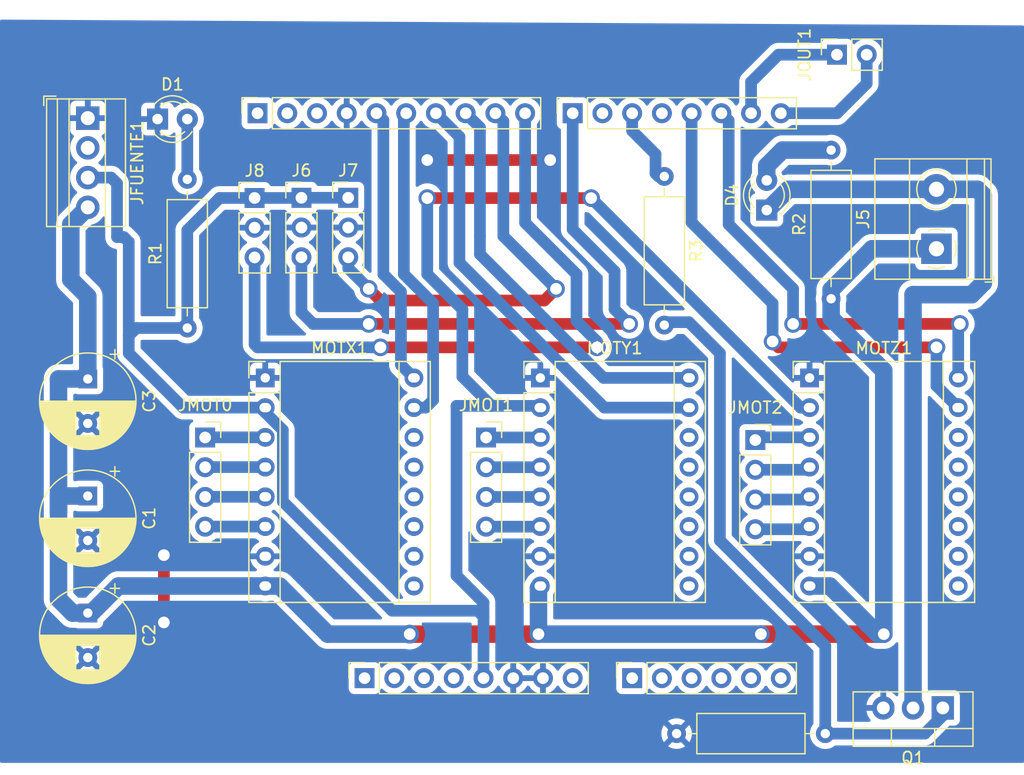
<source format=kicad_pcb>
(kicad_pcb (version 20240108) (generator "pcbnew") (generator_version "8.0")
  (title_block (date "mar. 31 mars 2015"))
  (layers (0 "F.Cu" signal) (31 "B.Cu" signal) (34 "B.Paste" user) (35 "F.Paste" user) (36 "B.SilkS" user "B.Silkscreen") (37 "F.SilkS" user "F.Silkscreen") (38 "B.Mask" user) (39 "F.Mask" user) (44 "Edge.Cuts" user))
  (net 0 "")
  (net 1 "GND")
  (net 3 "+5V")
  (net 4 "/IOREF")
  (net 5 "/A0")
  (net 6 "/A1")
  (net 7 "/A2")
  (net 8 "/A3")
  (net 9 "/SDA{slash}A4")
  (net 10 "/SCL{slash}A5")
  (net 11 "/13")
  (net 12 "/12")
  (net 13 "/AREF")
  (net 14 "/8")
  (net 15 "/7")
  (net 16 "/*11")
  (net 17 "/*10")
  (net 18 "/*9")
  (net 19 "/4")
  (net 20 "/2")
  (net 21 "/*6")
  (net 22 "/*5")
  (net 23 "/TX{slash}1")
  (net 24 "/*3")
  (net 25 "/RX{slash}0")
  (net 26 "+3V3")
  (net 27 "+12V")
  (net 28 "/~{RESET}")
  (net 29 "Net-(D1-A)")
  (net 30 "Net-(D4-K)")
  (net 31 "Net-(D4-A)")
  (net 33 "+3.3V")
  (net 34 "/MOT01B")
  (net 35 "/MOT01A")
  (net 36 "/MOT02A")
  (net 37 "/MOT02B")
  (net 38 "/MOT11B")
  (net 39 "/MOT12A")
  (net 40 "/MOT12B")
  (net 41 "/MOT11A")
  (net 42 "/MOT21B")
  (net 43 "/MOT22B")
  (net 44 "/MOT22A")
  (net 45 "/MOT21A")
  (net 48 "/MOT0MS2")
  (net 50 "/MOT0MS3")
  (net 51 "/MOT0MS1")
  (net 52 "/MOT1MS1")
  (net 55 "/MOT1MS3")
  (net 56 "/MOT1MS2")
  (net 60 "/MOT2MS3")
  (net 61 "/MOT2MS2")
  (net 62 "/MOT2MS1")
  (net 64 "Net-(Q1-G)")
  (footprint "Connector_PinSocket_2.54mm:PinSocket_1x08_P2.54mm_Vertical" (layer "F.Cu") (at 173.644 106.76 90)
    (property "Reference" "J1" (hide yes))
    (property "Value" "Power")
    (pad "1" thru_hole rect (at 0 0 90) (size 1.7 1.7) (drill 1) (layers "*.Cu" "*.Mask"))
    (pad "2" thru_hole oval (at 0 2.54 90) (size 1.7 1.7) (drill 1) (layers "*.Cu" "*.Mask") (net 4 "/IOREF"))
    (pad "3" thru_hole oval (at 0 5.08 90) (size 1.7 1.7) (drill 1) (layers "*.Cu" "*.Mask") (net 28 "/~{RESET}"))
    (pad "4" thru_hole oval (at 0 7.62 90) (size 1.7 1.7) (drill 1) (layers "*.Cu" "*.Mask") (net 26 "+3V3"))
    (pad "5" thru_hole oval (at 0 10.16 90) (size 1.7 1.7) (drill 1) (layers "*.Cu" "*.Mask") (net 3 "+5V"))
    (pad "6" thru_hole oval (at 0 12.7 90) (size 1.7 1.7) (drill 1) (layers "*.Cu" "*.Mask") (net 1 "GND"))
    (pad "7" thru_hole oval (at 0 15.24 90) (size 1.7 1.7) (drill 1) (layers "*.Cu" "*.Mask") (net 1 "GND"))
    (pad "8" thru_hole oval (at 0 17.78 90) (size 1.7 1.7) (drill 1) (layers "*.Cu" "*.Mask"))
  )
  (footprint "Connector_PinSocket_2.54mm:PinSocket_1x06_P2.54mm_Vertical" (layer "F.Cu") (at 196.504 106.76 90)
    (property "Reference" "J3" (hide yes))
    (property "Value" "Analog")
    (pad "1" thru_hole rect (at 0 0 90) (size 1.7 1.7) (drill 1) (layers "*.Cu" "*.Mask") (net 5 "/A0"))
    (pad "2" thru_hole oval (at 0 2.54 90) (size 1.7 1.7) (drill 1) (layers "*.Cu" "*.Mask") (net 6 "/A1"))
    (pad "3" thru_hole oval (at 0 5.08 90) (size 1.7 1.7) (drill 1) (layers "*.Cu" "*.Mask") (net 7 "/A2"))
    (pad "4" thru_hole oval (at 0 7.62 90) (size 1.7 1.7) (drill 1) (layers "*.Cu" "*.Mask") (net 8 "/A3"))
    (pad "5" thru_hole oval (at 0 10.16 90) (size 1.7 1.7) (drill 1) (layers "*.Cu" "*.Mask") (net 9 "/SDA{slash}A4"))
    (pad "6" thru_hole oval (at 0 12.7 90) (size 1.7 1.7) (drill 1) (layers "*.Cu" "*.Mask") (net 10 "/SCL{slash}A5"))
  )
  (footprint "Connector_PinSocket_2.54mm:PinSocket_1x10_P2.54mm_Vertical" (layer "F.Cu") (at 164.5 58.5 90)
    (property "Reference" "J2" (hide yes))
    (property "Value" "Digital/PWM")
    (pad "1" thru_hole rect (at 0 0 90) (size 1.7 1.7) (drill 1) (layers "*.Cu" "*.Mask") (net 10 "/SCL{slash}A5"))
    (pad "2" thru_hole oval (at 0 2.54 90) (size 1.7 1.7) (drill 1) (layers "*.Cu" "*.Mask") (net 9 "/SDA{slash}A4"))
    (pad "3" thru_hole oval (at 0 5.08 90) (size 1.7 1.7) (drill 1) (layers "*.Cu" "*.Mask") (net 13 "/AREF"))
    (pad "4" thru_hole oval (at 0 7.62 90) (size 1.7 1.7) (drill 1) (layers "*.Cu" "*.Mask") (net 1 "GND"))
    (pad "5" thru_hole oval (at 0 10.16 90) (size 1.7 1.7) (drill 1) (layers "*.Cu" "*.Mask") (net 11 "/13"))
    (pad "6" thru_hole oval (at 0 12.7 90) (size 1.7 1.7) (drill 1) (layers "*.Cu" "*.Mask") (net 12 "/12"))
    (pad "7" thru_hole oval (at 0 15.24 90) (size 1.7 1.7) (drill 1) (layers "*.Cu" "*.Mask") (net 16 "/*11"))
    (pad "8" thru_hole oval (at 0 17.78 90) (size 1.7 1.7) (drill 1) (layers "*.Cu" "*.Mask") (net 17 "/*10"))
    (pad "9" thru_hole oval (at 0 20.32 90) (size 1.7 1.7) (drill 1) (layers "*.Cu" "*.Mask") (net 18 "/*9"))
    (pad "10" thru_hole oval (at 0 22.86 90) (size 1.7 1.7) (drill 1) (layers "*.Cu" "*.Mask") (net 14 "/8"))
  )
  (footprint "Connector_PinSocket_2.54mm:PinSocket_1x08_P2.54mm_Vertical" (layer "F.Cu") (at 191.424 58.5 90)
    (property "Reference" "J4" (hide yes))
    (property "Value" "Digital/PWM")
    (pad "1" thru_hole rect (at 0 0 90) (size 1.7 1.7) (drill 1) (layers "*.Cu" "*.Mask") (net 15 "/7"))
    (pad "2" thru_hole oval (at 0 2.54 90) (size 1.7 1.7) (drill 1) (layers "*.Cu" "*.Mask") (net 21 "/*6"))
    (pad "3" thru_hole oval (at 0 5.08 90) (size 1.7 1.7) (drill 1) (layers "*.Cu" "*.Mask") (net 22 "/*5"))
    (pad "4" thru_hole oval (at 0 7.62 90) (size 1.7 1.7) (drill 1) (layers "*.Cu" "*.Mask") (net 19 "/4"))
    (pad "5" thru_hole oval (at 0 10.16 90) (size 1.7 1.7) (drill 1) (layers "*.Cu" "*.Mask") (net 24 "/*3"))
    (pad "6" thru_hole oval (at 0 12.7 90) (size 1.7 1.7) (drill 1) (layers "*.Cu" "*.Mask") (net 20 "/2"))
    (pad "7" thru_hole oval (at 0 15.24 90) (size 1.7 1.7) (drill 1) (layers "*.Cu" "*.Mask") (net 23 "/TX{slash}1"))
    (pad "8" thru_hole oval (at 0 17.78 90) (size 1.7 1.7) (drill 1) (layers "*.Cu" "*.Mask") (net 25 "/RX{slash}0"))
  )
  (footprint "Connector_PinSocket_2.54mm:PinSocket_1x04_P2.54mm_Vertical" (layer "F.Cu") (at 160.025 86.2)
    (property "Reference" "JMOT0" (at 0 -2.77 0) (layer "F.SilkS"))
    (property "Value" "Conn_01x04_Pin")
    (pad "1" thru_hole rect (at 0 0) (size 1.7 1.7) (drill 1) (layers "*.Cu" "*.Mask") (net 34 "/MOT01B"))
    (pad "2" thru_hole oval (at 0 2.54) (size 1.7 1.7) (drill 1) (layers "*.Cu" "*.Mask") (net 35 "/MOT01A"))
    (pad "3" thru_hole oval (at 0 5.08) (size 1.7 1.7) (drill 1) (layers "*.Cu" "*.Mask") (net 36 "/MOT02A"))
    (pad "4" thru_hole oval (at 0 7.62) (size 1.7 1.7) (drill 1) (layers "*.Cu" "*.Mask") (net 37 "/MOT02B"))
  )
  (footprint "Module:Pololu_Breakout-16_15.2x20.3mm" (layer "F.Cu") (at 165.16 81.11)
    (property "Reference" "MOTX1" (at 6.35 -2.54 0) (layer "F.SilkS"))
    (property "Value" "Pololu_Breakout_A4988")
    (pad "1" thru_hole rect (at 0 0) (size 1.6 1.6) (drill 0.8) (layers "*.Cu" "*.Mask") (net 1 "GND"))
    (pad "2" thru_hole oval (at 0 2.54) (size 1.6 1.6) (drill oval 1 0.8) (layers "*.Cu" "*.Mask") (net 3 "+5V"))
    (pad "3" thru_hole oval (at 0 5.08) (size 1.6 1.6) (drill oval 1 0.8) (layers "*.Cu" "*.Mask") (net 34 "/MOT01B"))
    (pad "4" thru_hole oval (at 0 7.62) (size 1.6 1.6) (drill oval 1 0.8) (layers "*.Cu" "*.Mask") (net 35 "/MOT01A"))
    (pad "5" thru_hole oval (at 0 10.16) (size 1.6 1.6) (drill oval 1 0.8) (layers "*.Cu" "*.Mask") (net 36 "/MOT02A"))
    (pad "6" thru_hole oval (at 0 12.7) (size 1.6 1.6) (drill oval 1 0.8) (layers "*.Cu" "*.Mask") (net 37 "/MOT02B"))
    (pad "7" thru_hole oval (at 0 15.24) (size 1.6 1.6) (drill oval 1 0.8) (layers "*.Cu" "*.Mask") (net 1 "GND"))
    (pad "8" thru_hole oval (at 0 17.78) (size 1.6 1.6) (drill oval 1 0.8) (layers "*.Cu" "*.Mask") (net 27 "+12V"))
    (pad "9" thru_hole oval (at 12.7 17.78) (size 1.6 1.6) (drill oval 1 0.8) (layers "*.Cu" "*.Mask"))
    (pad "10" thru_hole oval (at 12.7 15.24) (size 1.6 1.6) (drill oval 1 0.8) (layers "*.Cu" "*.Mask") (net 51 "/MOT0MS1"))
    (pad "11" thru_hole oval (at 12.7 12.7) (size 1.6 1.6) (drill oval 1 0.8) (layers "*.Cu" "*.Mask") (net 48 "/MOT0MS2"))
    (pad "12" thru_hole oval (at 12.7 10.16) (size 1.6 1.6) (drill oval 1 0.8) (layers "*.Cu" "*.Mask") (net 50 "/MOT0MS3"))
    (pad "13" thru_hole oval (at 12.7 7.62) (size 1.6 1.6) (drill oval 1 0.8) (layers "*.Cu" "*.Mask"))
    (pad "14" thru_hole oval (at 12.7 5.08) (size 1.6 1.6) (drill oval 1 0.8) (layers "*.Cu" "*.Mask"))
    (pad "15" thru_hole oval (at 12.7 2.54) (size 1.6 1.6) (drill oval 1 0.8) (layers "*.Cu" "*.Mask") (net 12 "/12"))
    (pad "16" thru_hole oval (at 12.7 0) (size 1.6 1.6) (drill oval 1 0.8) (layers "*.Cu" "*.Mask") (net 24 "/*3"))
  )
  (footprint "TerminalBlock_Phoenix:TerminalBlock_Phoenix_MKDS-1,5-2-5.08_1x02_P5.08mm_Horizontal" (layer "F.Cu") (at 222.5 70.08 90)
    (property "Reference" "J5" (at 2.54 -6.26 90) (layer "F.SilkS"))
    (property "Value" "Conn_01x02")
    (pad "1" thru_hole rect (at 0 0 90) (size 2.6 2.6) (drill 1.3) (layers "*.Cu" "*.Mask") (net 27 "+12V"))
    (pad "2" thru_hole circle (at 5.08 0 90) (size 2.6 2.6) (drill 1.3) (layers "*.Cu" "*.Mask") (net 30 "Net-(D4-K)"))
  )
  (footprint "Connector_PinHeader_2.54mm:PinHeader_1x03_P2.54mm_Vertical" (layer "F.Cu") (at 172.25 65.725)
    (property "Reference" "J7" (at 0 -2.33 0) (layer "F.SilkS"))
    (property "Value" "Conn_01x03_Pin")
    (pad "1" thru_hole rect (at 0 0) (size 1.7 1.7) (drill 1) (layers "*.Cu" "*.Mask") (net 3 "+5V"))
    (pad "2" thru_hole oval (at 0 2.54) (size 1.7 1.7) (drill 1) (layers "*.Cu" "*.Mask") (net 1 "GND"))
    (pad "3" thru_hole oval (at 0 5.08) (size 1.7 1.7) (drill 1) (layers "*.Cu" "*.Mask") (net 14 "/8"))
  )
  (footprint "Capacitor_THT:CP_Radial_D8.0mm_P3.80mm" (layer "F.Cu") (at 150 91.2 -90)
    (property "Reference" "C1" (at 1.9 -5.25 90) (layer "F.SilkS"))
    (property "Value" "C")
    (pad "1" thru_hole rect (at 0 0 270) (size 1.6 1.6) (drill 0.8) (layers "*.Cu" "*.Mask") (net 27 "+12V"))
    (pad "2" thru_hole circle (at 3.8 0 270) (size 1.6 1.6) (drill 0.8) (layers "*.Cu" "*.Mask") (net 1 "GND"))
  )
  (footprint "LED_THT:LED_D3.0mm" (layer "F.Cu") (at 208 66.775 90)
    (property "Reference" "D4" (at 1.27 -2.96 90) (layer "F.SilkS"))
    (property "Value" "LED2")
    (pad "1" thru_hole rect (at 0 0 90) (size 1.8 1.8) (drill 0.9) (layers "*.Cu" "*.Mask") (net 30 "Net-(D4-K)"))
    (pad "2" thru_hole circle (at 2.54 0 90) (size 1.8 1.8) (drill 0.9) (layers "*.Cu" "*.Mask") (net 31 "Net-(D4-A)"))
  )
  (footprint "Connector_PinSocket_2.54mm:PinSocket_1x02_P2.54mm_Vertical" (layer "F.Cu") (at 214 53.5 90)
    (property "Reference" "JOUT1" (at 0 -2.77 90) (layer "F.SilkS"))
    (property "Value" "Conn_01x02")
    (pad "1" thru_hole rect (at 0 0 90) (size 1.7 1.7) (drill 1) (layers "*.Cu" "*.Mask") (net 23 "/TX{slash}1"))
    (pad "2" thru_hole oval (at 0 2.54 90) (size 1.7 1.7) (drill 1) (layers "*.Cu" "*.Mask") (net 25 "/RX{slash}0"))
  )
  (footprint "Resistor_THT:R_Axial_DIN0309_L9.0mm_D3.2mm_P12.70mm_Horizontal" (layer "F.Cu") (at 213.5 74.35 90)
    (property "Reference" "R2" (at 6.35 -2.72 90) (layer "F.SilkS"))
    (property "Value" "1800R")
    (pad "1" thru_hole circle (at 0 0 90) (size 1.6 1.6) (drill 0.8) (layers "*.Cu" "*.Mask") (net 27 "+12V"))
    (pad "2" thru_hole oval (at 12.7 0 90) (size 1.6 1.6) (drill 0.8) (layers "*.Cu" "*.Mask") (net 31 "Net-(D4-A)"))
  )
  (footprint "Module:Pololu_Breakout-16_15.2x20.3mm" (layer "F.Cu") (at 188.66 81.11)
    (property "Reference" "MOTY1" (at 6.35 -2.54 0) (layer "F.SilkS"))
    (property "Value" "Pololu_Breakout_A4988")
    (pad "1" thru_hole rect (at 0 0) (size 1.6 1.6) (drill 0.8) (layers "*.Cu" "*.Mask") (net 1 "GND"))
    (pad "2" thru_hole oval (at 0 2.54) (size 1.6 1.6) (drill oval 1 0.8) (layers "*.Cu" "*.Mask") (net 3 "+5V"))
    (pad "3" thru_hole oval (at 0 5.08) (size 1.6 1.6) (drill oval 1 0.8) (layers "*.Cu" "*.Mask") (net 38 "/MOT11B"))
    (pad "4" thru_hole oval (at 0 7.62) (size 1.6 1.6) (drill oval 1 0.8) (layers "*.Cu" "*.Mask") (net 41 "/MOT11A"))
    (pad "5" thru_hole oval (at 0 10.16) (size 1.6 1.6) (drill oval 1 0.8) (layers "*.Cu" "*.Mask") (net 39 "/MOT12A"))
    (pad "6" thru_hole oval (at 0 12.7) (size 1.6 1.6) (drill oval 1 0.8) (layers "*.Cu" "*.Mask") (net 40 "/MOT12B"))
    (pad "7" thru_hole oval (at 0 15.24) (size 1.6 1.6) (drill oval 1 0.8) (layers "*.Cu" "*.Mask") (net 1 "GND"))
    (pad "8" thru_hole oval (at 0 17.78) (size 1.6 1.6) (drill oval 1 0.8) (layers "*.Cu" "*.Mask") (net 27 "+12V"))
    (pad "9" thru_hole oval (at 12.7 17.78) (size 1.6 1.6) (drill oval 1 0.8) (layers "*.Cu" "*.Mask"))
    (pad "10" thru_hole oval (at 12.7 15.24) (size 1.6 1.6) (drill oval 1 0.8) (layers "*.Cu" "*.Mask") (net 52 "/MOT1MS1"))
    (pad "11" thru_hole oval (at 12.7 12.7) (size 1.6 1.6) (drill oval 1 0.8) (layers "*.Cu" "*.Mask") (net 56 "/MOT1MS2"))
    (pad "12" thru_hole oval (at 12.7 10.16) (size 1.6 1.6) (drill oval 1 0.8) (layers "*.Cu" "*.Mask") (net 55 "/MOT1MS3"))
    (pad "13" thru_hole oval (at 12.7 7.62) (size 1.6 1.6) (drill oval 1 0.8) (layers "*.Cu" "*.Mask"))
    (pad "14" thru_hole oval (at 12.7 5.08) (size 1.6 1.6) (drill oval 1 0.8) (layers "*.Cu" "*.Mask"))
    (pad "15" thru_hole oval (at 12.7 2.54) (size 1.6 1.6) (drill oval 1 0.8) (layers "*.Cu" "*.Mask") (net 16 "/*11"))
    (pad "16" thru_hole oval (at 12.7 0) (size 1.6 1.6) (drill oval 1 0.8) (layers "*.Cu" "*.Mask") (net 21 "/*6"))
  )
  (footprint "LED_THT:LED_D3.0mm" (layer "F.Cu") (at 155.96 59)
    (property "Reference" "D1" (at 1.27 -2.96 0) (layer "F.SilkS"))
    (property "Value" "LED")
    (pad "1" thru_hole rect (at 0 0) (size 1.8 1.8) (drill 0.9) (layers "*.Cu" "*.Mask") (net 1 "GND"))
    (pad "2" thru_hole circle (at 2.54 0) (size 1.8 1.8) (drill 0.9) (layers "*.Cu" "*.Mask") (net 29 "Net-(D1-A)"))
  )
  (footprint "Resistor_THT:R_Axial_DIN0309_L9.0mm_D3.2mm_P12.70mm_Horizontal" (layer "F.Cu") (at 200.3 111.5)
    (property "Reference" "R4" (hide yes))
    (property "Value" "10k")
    (pad "1" thru_hole circle (at 0 0) (size 1.6 1.6) (drill 0.8) (layers "*.Cu" "*.Mask") (net 1 "GND"))
    (pad "2" thru_hole oval (at 12.7 0) (size 1.6 1.6) (drill 0.8) (layers "*.Cu" "*.Mask") (net 64 "Net-(Q1-G)"))
  )
  (footprint "TerminalBlock:TerminalBlock_Xinya_XY308-2.54-4P_1x04_P2.54mm_Horizontal" (layer "F.Cu") (at 150 58.92 -90)
    (property "Reference" "JFUENTE1" (at 3.81 -4.22 -90) (layer "F.SilkS"))
    (property "Value" "Conn_01x04")
    (pad "1" thru_hole rect (at 0 0 270) (size 2 2) (drill 1.2) (layers "*.Cu" "*.Mask") (net 1 "GND"))
    (pad "2" thru_hole circle (at 2.54 0 270) (size 2 2) (drill 1.2) (layers "*.Cu" "*.Mask") (net 33 "+3.3V"))
    (pad "3" thru_hole circle (at 5.08 0 270) (size 2 2) (drill 1.2) (layers "*.Cu" "*.Mask") (net 3 "+5V"))
    (pad "4" thru_hole circle (at 7.62 0 270) (size 2 2) (drill 1.2) (layers "*.Cu" "*.Mask") (net 27 "+12V"))
  )
  (footprint "Connector_PinHeader_2.54mm:PinHeader_1x03_P2.54mm_Vertical" (layer "F.Cu") (at 164.25 65.74)
    (property "Reference" "J8" (at 0 -2.33 0) (layer "F.SilkS"))
    (property "Value" "Conn_01x03_Pin")
    (pad "1" thru_hole rect (at 0 0) (size 1.7 1.7) (drill 1) (layers "*.Cu" "*.Mask") (net 3 "+5V"))
    (pad "2" thru_hole oval (at 0 2.54) (size 1.7 1.7) (drill 1) (layers "*.Cu" "*.Mask") (net 1 "GND"))
    (pad "3" thru_hole oval (at 0 5.08) (size 1.7 1.7) (drill 1) (layers "*.Cu" "*.Mask") (net 15 "/7"))
  )
  (footprint "Connector_PinSocket_2.54mm:PinSocket_1x04_P2.54mm_Vertical" (layer "F.Cu") (at 184.025 86.2)
    (property "Reference" "JMOT1" (at 0 -2.77 0) (layer "F.SilkS"))
    (property "Value" "Conn_01x04_Pin")
    (pad "1" thru_hole rect (at 0 0) (size 1.7 1.7) (drill 1) (layers "*.Cu" "*.Mask") (net 38 "/MOT11B"))
    (pad "2" thru_hole oval (at 0 2.54) (size 1.7 1.7) (drill 1) (layers "*.Cu" "*.Mask") (net 41 "/MOT11A"))
    (pad "3" thru_hole oval (at 0 5.08) (size 1.7 1.7) (drill 1) (layers "*.Cu" "*.Mask") (net 39 "/MOT12A"))
    (pad "4" thru_hole oval (at 0 7.62) (size 1.7 1.7) (drill 1) (layers "*.Cu" "*.Mask") (net 40 "/MOT12B"))
  )
  (footprint "Resistor_THT:R_Axial_DIN0309_L9.0mm_D3.2mm_P12.70mm_Horizontal" (layer "F.Cu") (at 158.5 76.85 90)
    (property "Reference" "R1" (at 6.35 -2.72 90) (layer "F.SilkS"))
    (property "Value" "330R")
    (pad "1" thru_hole circle (at 0 0 90) (size 1.6 1.6) (drill 0.8) (layers "*.Cu" "*.Mask") (net 3 "+5V"))
    (pad "2" thru_hole oval (at 12.7 0 90) (size 1.6 1.6) (drill 0.8) (layers "*.Cu" "*.Mask") (net 29 "Net-(D1-A)"))
  )
  (footprint "Connector_PinHeader_2.54mm:PinHeader_1x03_P2.54mm_Vertical" (layer "F.Cu") (at 168.25 65.725)
    (property "Reference" "J6" (at 0 -2.33 0) (layer "F.SilkS"))
    (property "Value" "Conn_01x03_Pin")
    (pad "1" thru_hole rect (at 0 0) (size 1.7 1.7) (drill 1) (layers "*.Cu" "*.Mask") (net 3 "+5V"))
    (pad "2" thru_hole oval (at 0 2.54) (size 1.7 1.7) (drill 1) (layers "*.Cu" "*.Mask") (net 1 "GND"))
    (pad "3" thru_hole oval (at 0 5.08) (size 1.7 1.7) (drill 1) (layers "*.Cu" "*.Mask") (net 18 "/*9"))
  )
  (footprint "Package_TO_SOT_THT:TO-220-3_Vertical" (layer "F.Cu") (at 223.04 109.305 180)
    (property "Reference" "Q1" (at 2.54 -4.27 0) (layer "F.SilkS"))
    (property "Value" "IRLZ44N")
    (pad "1" thru_hole rect (at 0 0 180) (size 1.905 2) (drill 1.1) (layers "*.Cu" "*.Mask") (net 64 "Net-(Q1-G)"))
    (pad "2" thru_hole oval (at 2.54 0 180) (size 1.905 2) (drill 1.1) (layers "*.Cu" "*.Mask") (net 30 "Net-(D4-K)"))
    (pad "3" thru_hole oval (at 5.08 0 180) (size 1.905 2) (drill 1.1) (layers "*.Cu" "*.Mask") (net 1 "GND"))
  )
  (footprint "Resistor_THT:R_Axial_DIN0309_L9.0mm_D3.2mm_P12.70mm_Horizontal" (layer "F.Cu") (at 199.25 63.9 -90)
    (property "Reference" "R3" (at 6.35 -2.72 90) (layer "F.SilkS"))
    (property "Value" "10R")
    (pad "1" thru_hole circle (at 0 0 270) (size 1.6 1.6) (drill 0.8) (layers "*.Cu" "*.Mask") (net 22 "/*5"))
    (pad "2" thru_hole oval (at 12.7 0 270) (size 1.6 1.6) (drill 0.8) (layers "*.Cu" "*.Mask") (net 64 "Net-(Q1-G)"))
  )
  (footprint "Connector_PinSocket_2.54mm:PinSocket_1x04_P2.54mm_Vertical" (layer "F.Cu") (at 207.025 86.42)
    (property "Reference" "JMOT2" (at 0 -2.77 0) (layer "F.SilkS"))
    (property "Value" "Conn_01x04_Pin")
    (pad "1" thru_hole rect (at 0 0) (size 1.7 1.7) (drill 1) (layers "*.Cu" "*.Mask") (net 42 "/MOT21B"))
    (pad "2" thru_hole oval (at 0 2.54) (size 1.7 1.7) (drill 1) (layers "*.Cu" "*.Mask") (net 45 "/MOT21A"))
    (pad "3" thru_hole oval (at 0 5.08) (size 1.7 1.7) (drill 1) (layers "*.Cu" "*.Mask") (net 44 "/MOT22A"))
    (pad "4" thru_hole oval (at 0 7.62) (size 1.7 1.7) (drill 1) (layers "*.Cu" "*.Mask") (net 43 "/MOT22B"))
  )
  (footprint "Module:Pololu_Breakout-16_15.2x20.3mm" (layer "F.Cu") (at 211.66 81.11)
    (property "Reference" "MOTZ1" (at 6.35 -2.54 0) (layer "F.SilkS"))
    (property "Value" "Pololu_Breakout_A4988")
    (pad "1" thru_hole rect (at 0 0) (size 1.6 1.6) (drill 0.8) (layers "*.Cu" "*.Mask") (net 1 "GND"))
    (pad "2" thru_hole oval (at 0 2.54) (size 1.6 1.6) (drill oval 1 0.8) (layers "*.Cu" "*.Mask") (net 3 "+5V"))
    (pad "3" thru_hole oval (at 0 5.08) (size 1.6 1.6) (drill oval 1 0.8) (layers "*.Cu" "*.Mask") (net 42 "/MOT21B"))
    (pad "4" thru_hole oval (at 0 7.62) (size 1.6 1.6) (drill oval 1 0.8) (layers "*.Cu" "*.Mask") (net 45 "/MOT21A"))
    (pad "5" thru_hole oval (at 0 10.16) (size 1.6 1.6) (drill oval 1 0.8) (layers "*.Cu" "*.Mask") (net 44 "/MOT22A"))
    (pad "6" thru_hole oval (at 0 12.7) (size 1.6 1.6) (drill oval 1 0.8) (layers "*.Cu" "*.Mask") (net 43 "/MOT22B"))
    (pad "7" thru_hole oval (at 0 15.24) (size 1.6 1.6) (drill oval 1 0.8) (layers "*.Cu" "*.Mask") (net 1 "GND"))
    (pad "8" thru_hole oval (at 0 17.78) (size 1.6 1.6) (drill oval 1 0.8) (layers "*.Cu" "*.Mask") (net 27 "+12V"))
    (pad "9" thru_hole oval (at 12.7 17.78) (size 1.6 1.6) (drill oval 1 0.8) (layers "*.Cu" "*.Mask"))
    (pad "10" thru_hole oval (at 12.7 15.24) (size 1.6 1.6) (drill oval 1 0.8) (layers "*.Cu" "*.Mask") (net 62 "/MOT2MS1"))
    (pad "11" thru_hole oval (at 12.7 12.7) (size 1.6 1.6) (drill oval 1 0.8) (layers "*.Cu" "*.Mask") (net 61 "/MOT2MS2"))
    (pad "12" thru_hole oval (at 12.7 10.16) (size 1.6 1.6) (drill oval 1 0.8) (layers "*.Cu" "*.Mask") (net 60 "/MOT2MS3"))
    (pad "13" thru_hole oval (at 12.7 7.62) (size 1.6 1.6) (drill oval 1 0.8) (layers "*.Cu" "*.Mask"))
    (pad "14" thru_hole oval (at 12.7 5.08) (size 1.6 1.6) (drill oval 1 0.8) (layers "*.Cu" "*.Mask"))
    (pad "15" thru_hole oval (at 12.7 2.54) (size 1.6 1.6) (drill oval 1 0.8) (layers "*.Cu" "*.Mask") (net 17 "/*10"))
    (pad "16" thru_hole oval (at 12.7 0) (size 1.6 1.6) (drill oval 1 0.8) (layers "*.Cu" "*.Mask") (net 20 "/2"))
  )
  (footprint "Capacitor_THT:CP_Radial_D8.0mm_P3.80mm" (layer "F.Cu") (at 150 81.2 -90)
    (property "Reference" "C3" (at 1.9 -5.25 90) (layer "F.SilkS"))
    (property "Value" "C")
    (pad "1" thru_hole rect (at 0 0 270) (size 1.6 1.6) (drill 0.8) (layers "*.Cu" "*.Mask") (net 27 "+12V"))
    (pad "2" thru_hole circle (at 3.8 0 270) (size 1.6 1.6) (drill 0.8) (layers "*.Cu" "*.Mask") (net 1 "GND"))
  )
  (footprint "Capacitor_THT:CP_Radial_D8.0mm_P3.80mm" (layer "F.Cu") (at 150 101.2 -90)
    (property "Reference" "C2" (at 1.9 -5.25 90) (layer "F.SilkS"))
    (property "Value" "C")
    (pad "1" thru_hole rect (at 0 0 270) (size 1.6 1.6) (drill 0.8) (layers "*.Cu" "*.Mask") (net 27 "+12V"))
    (pad "2" thru_hole circle (at 3.8 0 270) (size 1.6 1.6) (drill 0.8) (layers "*.Cu" "*.Mask") (net 1 "GND"))
  )
  (segment (start 156.5 96.25) (end 156.5 102) (width 1) (layer "F.Cu") (net 1))
  (segment (start 179 62.5) (end 189.5 62.5) (width 1) (layer "F.Cu") (net 1))
  (via (at 179 62.5) (size 1.5) (drill 1) (layers "F.Cu" "B.Cu") (net 1))
  (via (at 156.5 96.25) (size 1.5) (drill 1) (layers "F.Cu" "B.Cu") (net 1))
  (via (at 156.5 102) (size 1.5) (drill 1) (layers "F.Cu" "B.Cu") (net 1))
  (via (at 189.5 62.5) (size 1.5) (drill 1) (layers "F.Cu" "B.Cu") (net 1))
  (segment (start 193 65.75) (end 179 65.75) (width 1) (layer "F.Cu") (net 3))
  (via (at 193 65.75) (size 1.5) (drill 1) (layers "F.Cu" "B.Cu") (net 3))
  (via (at 179 65.75) (size 1.5) (drill 1) (layers "F.Cu" "B.Cu") (net 3))
  (segment (start 182 75.25) (end 182 81) (width 1) (layer "B.Cu") (net 3))
  (segment (start 161.26 65.74) (end 164.25 65.74) (width 1) (layer "B.Cu") (net 3))
  (segment (start 183.804 100.304) (end 181.5 98) (width 1) (layer "B.Cu") (net 3))
  (segment (start 182 81) (end 184.5 83.5) (width 1) (layer "B.Cu") (net 3))
  (segment (start 154.15 76.85) (end 153.5 77.5) (width 1) (layer "B.Cu") (net 3))
  (segment (start 165.16 83.65) (end 165.16 84.068679) (width 1) (layer "B.Cu") (net 3))
  (segment (start 181.5 83.5) (end 184.5 83.5) (width 1) (layer "B.Cu") (net 3))
  (segment (start 158.15 83.65) (end 153.5 79) (width 1) (layer "B.Cu") (net 3))
  (segment (start 152.5 69.08) (end 153.08 69.08) (width 1) (layer "B.Cu") (net 3))
  (segment (start 181.5 98) (end 181.5 83.5) (width 1) (layer "B.Cu") (net 3))
  (segment (start 179 72.25) (end 182 75.25) (width 1) (layer "B.Cu") (net 3))
  (segment (start 152 64) (end 152.5 64.5) (width 1) (layer "B.Cu") (net 3))
  (segment (start 166.66 91.66) (end 176 101) (width 1) (layer "B.Cu") (net 3))
  (segment (start 158.5 76.85) (end 158.5 68.5) (width 1) (layer "B.Cu") (net 3))
  (segment (start 193 65.75) (end 210.9 83.65) (width 1) (layer "B.Cu") (net 3))
  (segment (start 166.66 85.568679) (end 166.66 91.66) (width 1) (layer "B.Cu") (net 3))
  (segment (start 153.5 79) (end 153.5 77.5) (width 1) (layer "B.Cu") (net 3))
  (segment (start 152.5 64.5) (end 152.5 69.08) (width 1) (layer "B.Cu") (net 3))
  (segment (start 184.5 83.5) (end 188.51 83.5) (width 1) (layer "B.Cu") (net 3))
  (segment (start 179 65.75) (end 179 72.25) (width 1) (layer "B.Cu") (net 3))
  (segment (start 165.16 83.65) (end 160.5 83.65) (width 1) (layer "B.Cu") (net 3))
  (segment (start 183.304 101) (end 183.804 101.5) (width 1) (layer "B.Cu") (net 3))
  (segment (start 158.5 68.5) (end 161.26 65.74) (width 1) (layer "B.Cu") (net 3))
  (segment (start 183.804 101.5) (end 183.804 100.304) (width 1) (layer "B.Cu") (net 3))
  (segment (start 183.804 106.76) (end 183.804 101.5) (width 1) (layer "B.Cu") (net 3))
  (segment (start 160.5 83.65) (end 158.15 83.65) (width 1) (layer "B.Cu") (net 3))
  (segment (start 210.9 83.65) (end 211.66 83.65) (width 1) (layer "B.Cu") (net 3))
  (segment (start 158.5 76.85) (end 154.15 76.85) (width 1) (layer "B.Cu") (net 3))
  (segment (start 176 101) (end 183.304 101) (width 1) (layer "B.Cu") (net 3))
  (segment (start 188.51 83.5) (end 188.66 83.65) (width 1) (layer "B.Cu") (net 3))
  (segment (start 153.08 69.08) (end 153.5 69.5) (width 1) (layer "B.Cu") (net 3))
  (segment (start 168.235 65.74) (end 168.25 65.725) (width 1) (layer "B.Cu") (net 3))
  (segment (start 168.25 65.725) (end 172.25 65.725) (width 1) (layer "B.Cu") (net 3))
  (segment (start 150 64) (end 152 64) (width 1) (layer "B.Cu") (net 3))
  (segment (start 165.16 84.068679) (end 166.66 85.568679) (width 1) (layer "B.Cu") (net 3))
  (segment (start 153.5 69.5) (end 153.5 77.5) (width 1) (layer "B.Cu") (net 3))
  (segment (start 164.25 65.74) (end 168.235 65.74) (width 1) (layer "B.Cu") (net 3))
  (segment (start 176.75 80) (end 176.75 73.75) (width 1) (layer "B.Cu") (net 11))
  (segment (start 175.25 72.25) (end 175.25 59.09) (width 1) (layer "B.Cu") (net 11))
  (segment (start 175.25 59.09) (end 174.66 58.5) (width 1) (layer "B.Cu") (net 11))
  (segment (start 177.86 81.11) (end 176.75 80) (width 1) (layer "B.Cu") (net 11))
  (segment (start 176.75 73.75) (end 175.25 72.25) (width 1) (layer "B.Cu") (net 11))
  (segment (start 179.5 74.75) (end 177 72.25) (width 1) (layer "B.Cu") (net 12))
  (segment (start 177.86 83.65) (end 178.85 83.65) (width 1) (layer "B.Cu") (net 12))
  (segment (start 178.85 83.65) (end 179.5 83) (width 1) (layer "B.Cu") (net 12))
  (segment (start 177 72.25) (end 177 58.7) (width 1) (layer "B.Cu") (net 12))
  (segment (start 179.5 83) (end 179.5 74.75) (width 1) (layer "B.Cu") (net 12))
  (segment (start 177 58.7) (end 177.2 58.5) (width 1) (layer "B.Cu") (net 12))
  (segment (start 175 78.5) (end 193.5 78.5) (width 1) (layer "F.Cu") (net 14))
  (via (at 193.5 78.5) (size 1.5) (drill 1) (layers "F.Cu" "B.Cu") (net 14))
  (via (at 175 78.5) (size 1.5) (drill 1) (layers "F.Cu" "B.Cu") (net 14))
  (segment (start 164.5 78.5) (end 175 78.5) (width 1) (layer "B.Cu") (net 14))
  (segment (start 164.25 70.82) (end 164.25 78.25) (width 1) (layer "B.Cu") (net 14))
  (segment (start 193.5 78) (end 191.75 76.25) (width 1) (layer "B.Cu") (net 14))
  (segment (start 191.75 72.25) (end 187.36 67.86) (width 1) (layer "B.Cu") (net 14))
  (segment (start 191.75 76.25) (end 191.75 72.25) (width 1) (layer "B.Cu") (net 14))
  (segment (start 193.5 78.5) (end 193.5 78) (width 1) (layer "B.Cu") (net 14))
  (segment (start 187.36 67.86) (end 187.36 58.5) (width 1) (layer "B.Cu") (net 14))
  (segment (start 164.25 78.25) (end 164.5 78.5) (width 1) (layer "B.Cu") (net 14))
  (segment (start 196.25 76.5) (end 174 76.5) (width 1) (layer "F.Cu") (net 15))
  (via (at 196.25 76.5) (size 1.5) (drill 1) (layers "F.Cu" "B.Cu") (net 15))
  (via (at 174 76.5) (size 1.5) (drill 1) (layers "F.Cu" "B.Cu") (net 15))
  (segment (start 191.424 68.424) (end 191.424 58.5) (width 1) (layer "B.Cu") (net 15))
  (segment (start 168.25 70.805) (end 168.25 75.5) (width 1) (layer "B.Cu") (net 15))
  (segment (start 168.25 75.5) (end 169.25 76.5) (width 1) (layer "B.Cu") (net 15))
  (segment (start 195 72) (end 191.424 68.424) (width 1) (layer "B.Cu") (net 15))
  (segment (start 169.25 76.5) (end 174 76.5) (width 1) (layer "B.Cu") (net 15))
  (segment (start 195 75.25) (end 195 72) (width 1) (layer "B.Cu") (net 15))
  (segment (start 196.25 76.5) (end 195 75.25) (width 1) (layer "B.Cu") (net 15))
  (segment (start 181.75 71.268377) (end 181.75 60.51) (width 1) (layer "B.Cu") (net 16))
  (segment (start 181.75 60.51) (end 179.74 58.5) (width 1) (layer "B.Cu") (net 16))
  (segment (start 194.131623 83.65) (end 181.75 71.268377) (width 1) (layer "B.Cu") (net 16))
  (segment (start 201.36 83.65) (end 194.131623 83.65) (width 1) (layer "B.Cu") (net 16))
  (segment (start 183.5 69) (end 183.5 59.72) (width 1) (layer "B.Cu") (net 17))
  (segment (start 201.36 81.11) (end 194.05939 81.11) (width 1) (layer "B.Cu") (net 17))
  (segment (start 183.5 59.72) (end 182.28 58.5) (width 1) (layer "B.Cu") (net 17))
  (segment (start 183.5 70.55061) (end 183.5 69) (width 1) (layer "B.Cu") (net 17))
  (segment (start 194.05939 81.11) (end 183.5 70.55061) (width 1) (layer "B.Cu") (net 17))
  (segment (start 189 74.5) (end 175 74.5) (width 1) (layer "F.Cu") (net 18))
  (segment (start 175 74.5) (end 174 73.5) (width 1) (layer "F.Cu") (net 18))
  (segment (start 190 73.5) (end 189 74.5) (width 1) (layer "F.Cu") (net 18))
  (via (at 174 73.5) (size 1.5) (drill 1) (layers "F.Cu" "B.Cu") (net 18))
  (via (at 190 73.5) (size 1.5) (drill 1) (layers "F.Cu" "B.Cu") (net 18))
  (segment (start 172.25 70.805) (end 172.25 71.75) (width 1) (layer "B.Cu") (net 18))
  (segment (start 172.25 71.75) (end 174 73.5) (width 1) (layer "B.Cu") (net 18))
  (segment (start 190 73.5) (end 185.5 69) (width 1) (layer "B.Cu") (net 18))
  (segment (start 185.5 59.18) (end 184.82 58.5) (width 1) (layer "B.Cu") (net 18))
  (segment (start 185.5 69) (end 185.5 59.18) (width 1) (layer "B.Cu") (net 18))
  (segment (start 224.5 76.5) (end 210.25 76.5) (width 1) (layer "F.Cu") (net 20))
  (via (at 224.5 76.5) (size 1.5) (drill 1) (layers "F.Cu" "B.Cu") (net 20))
  (via (at 210.25 76.5) (size 1.5) (drill 1) (layers "F.Cu" "B.Cu") (net 20))
  (segment (start 204.75 59.126) (end 204.124 58.5) (width 1) (layer "B.Cu") (net 20))
  (segment (start 224.36 76.64) (end 224.5 76.5) (width 1) (layer "B.Cu") (net 20))
  (segment (start 210.25 73.5) (end 204.75 68) (width 1) (layer "B.Cu") (net 20))
  (segment (start 224.36 81.11) (end 224.36 76.64) (width 1) (layer "B.Cu") (net 20))
  (segment (start 210.25 76.5) (end 210.25 73.5) (width 1) (layer "B.Cu") (net 20))
  (segment (start 204.75 68) (end 204.75 59.126) (width 1) (layer "B.Cu") (net 20))
  (segment (start 199.25 63.9) (end 198.75 63.9) (width 1) (layer "B.Cu") (net 22))
  (segment (start 198.5 62) (end 198.5 63.65) (width 1) (layer "B.Cu") (net 22))
  (segment (start 196.504 60.004) (end 198.5 62) (width 1) (layer "B.Cu") (net 22))
  (segment (start 198.75 63.9) (end 198.5 63.65) (width 1) (layer "B.Cu") (net 22))
  (segment (start 196.504 58.5) (end 196.504 60.004) (width 1) (layer "B.Cu") (net 22))
  (segment (start 209 53.5) (end 206.664 55.836) (width 1) (layer "B.Cu") (net 23))
  (segment (start 206.664 55.836) (end 206.664 58.5) (width 1) (layer "B.Cu") (net 23))
  (segment (start 214 53.5) (end 209 53.5) (width 1) (layer "B.Cu") (net 23))
  (segment (start 209 78.5) (end 222.5 78.5) (width 1) (layer "F.Cu") (net 24))
  (segment (start 208.5 78) (end 209 78.5) (width 1) (layer "F.Cu") (net 24))
  (via (at 222.5 78.5) (size 1.5) (drill 1) (layers "F.Cu" "B.Cu") (net 24))
  (via (at 208.5 78) (size 1.5) (drill 1) (layers "F.Cu" "B.Cu") (net 24))
  (segment (start 224.36 83.65) (end 222.5 81.79) (width 1) (layer "B.Cu") (net 24))
  (segment (start 208.5 74.75) (end 201.584 67.834) (width 1) (layer "B.Cu") (net 24))
  (segment (start 208.5 78) (end 208.5 74.75) (width 1) (layer "B.Cu") (net 24))
  (segment (start 201.584 67.834) (end 201.584 58.5) (width 1) (layer "B.Cu") (net 24))
  (segment (start 222.5 81.79) (end 222.5 78.5) (width 1) (layer "B.Cu") (net 24))
  (segment (start 214 58.5) (end 209.204 58.5) (width 1) (layer "B.Cu") (net 25))
  (segment (start 216.54 55.96) (end 214 58.5) (width 1) (layer "B.Cu") (net 25))
  (segment (start 216.54 53.5) (end 216.54 55.96) (width 1) (layer "B.Cu") (net 25))
  (segment (start 218 103) (end 207.5 103) (width 1.5) (layer "F.Cu") (net 27))
  (segment (start 177.5 103) (end 188.5 103) (width 1.5) (layer "F.Cu") (net 27))
  (via (at 218 103) (size 1.5) (drill 1) (layers "F.Cu" "B.Cu") (net 27))
  (via (at 207.5 103) (size 1.5) (drill 1) (layers "F.Cu" "B.Cu") (net 27))
  (via (at 188.5 103) (size 1.5) (drill 1) (layers "F.Cu" "B.Cu") (net 27))
  (via (at 177.5 103) (size 1.6) (drill 1) (layers "F.Cu" "B.Cu") (net 27))
  (segment (start 217.5 103) (end 213.39 98.89) (width 1.5) (layer "B.Cu") (net 27))
  (segment (start 166.39 98.89) (end 170.5 103) (width 1.5) (layer "B.Cu") (net 27))
  (segment (start 147.5 91.2) (end 147.5 92.5) (width 1.5) (layer "B.Cu") (net 27))
  (segment (start 150 81.2) (end 147.5 81.2) (width 1.5) (layer "B.Cu") (net 27))
  (segment (start 150 74.16) (end 150 81.2) (width 1.5) (layer "B.Cu") (net 27))
  (segment (start 217 70.08) (end 222.5 70.08) (width 1.5) (layer "B.Cu") (net 27))
  (segment (start 147.5 100) (end 148.7 101.2) (width 1.5) (layer "B.Cu") (net 27))
  (segment (start 188.5 103) (end 207.5 103) (width 1.5) (layer "B.Cu") (net 27))
  (segment (start 150 91.2) (end 147.5 91.2) (width 1.5) (layer "B.Cu") (net 27))
  (segment (start 150 74.16) (end 148.55 72.71) (width 1.5) (layer "B.Cu") (net 27))
  (segment (start 218 103) (end 218 80.5) (width 1.5) (layer "B.Cu") (net 27))
  (segment (start 150.3 101.2) (end 152.61 98.89) (width 1.5) (layer "B.Cu") (net 27))
  (segment (start 147.5 81.2) (end 147.5 92.5) (width 1.5) (layer "B.Cu") (net 27))
  (segment (start 188.5 103) (end 188.5 99.05) (width 1.5) (layer "B.Cu") (net 27))
  (segment (start 148.55 72.71) (end 148.55 67.99) (width 1.5) (layer "B.Cu") (net 27))
  (segment (start 150 101.2) (end 150.3 101.2) (width 1.5) (layer "B.Cu") (net 27))
  (segment (start 213.5 73.58) (end 217 70.08) (width 1.5) (layer "B.Cu") (net 27))
  (segment (start 148.7 101.2) (end 150 101.2) (width 1.5) (layer "B.Cu") (net 27))
  (segment (start 147.5 92.5) (end 147.5 100) (width 1.5) (layer "B.Cu") (net 27))
  (segment (start 152.61 98.89) (end 165.16 98.89) (width 1.5) (layer "B.Cu") (net 27))
  (segment (start 148.55 67.99) (end 150 66.54) (width 1.5) (layer "B.Cu") (net 27))
  (segment (start 213.39 98.89) (end 211.66 98.89) (width 1.5) (layer "B.Cu") (net 27))
  (segment (start 218 80.5) (end 213.5 76) (width 1.5) (layer "B.Cu") (net 27))
  (segment (start 213.5 76) (end 213.5 73.58) (width 1.5) (layer "B.Cu") (net 27))
  (segment (start 165.16 98.89) (end 166.39 98.89) (width 1.5) (layer "B.Cu") (net 27))
  (segment (start 170.5 103) (end 177.5 103) (width 1.5) (layer "B.Cu") (net 27))
  (segment (start 218 103) (end 217.5 103) (width 1.5) (layer "B.Cu") (net 27))
  (segment (start 188.5 99.05) (end 188.66 98.89) (width 1.5) (layer "B.Cu") (net 27))
  (segment (start 158.5 64.15) (end 158.5 59) (width 1) (layer "B.Cu") (net 29))
  (segment (start 225.5 74) (end 220.5 74) (width 1.5) (layer "B.Cu") (net 30))
  (segment (start 208.076296 66.775) (end 209.851296 65) (width 1.5) (layer "B.Cu") (net 30))
  (segment (start 220.5 74) (end 220.5 109.305) (width 1.5) (layer "B.Cu") (net 30))
  (segment (start 208 66.775) (end 208.076296 66.775) (width 1.5) (layer "B.Cu") (net 30))
  (segment (start 226.5 65.5) (end 226.5 73) (width 1.5) (layer "B.Cu") (net 30))
  (segment (start 222.46 64.96) (end 222.5 65) (width 1.5) (layer "B.Cu") (net 30))
  (segment (start 226.5 73) (end 225.5 74) (width 1.5) (layer "B.Cu") (net 30))
  (segment (start 209.851296 65) (end 222.5 65) (width 1.5) (layer "B.Cu") (net 30))
  (segment (start 226 65) (end 226.5 65.5) (width 1.5) (layer "B.Cu") (net 30))
  (segment (start 222.5 65) (end 226 65) (width 1.5) (layer "B.Cu") (net 30))
  (segment (start 209.35 61.65) (end 208 63) (width 1.5) (layer "B.Cu") (net 31))
  (segment (start 213 61.65) (end 209.35 61.65) (width 1.5) (layer "B.Cu") (net 31))
  (segment (start 208 63) (end 208 64.235) (width 1.5) (layer "B.Cu") (net 31))
  (segment (start 165.16 86.19) (end 160.035 86.19) (width 1) (layer "B.Cu") (net 34))
  (segment (start 160.035 86.19) (end 160.025 86.2) (width 1) (layer "B.Cu") (net 34))
  (segment (start 165.16 88.73) (end 160.035 88.73) (width 1) (layer "B.Cu") (net 35))
  (segment (start 160.035 88.73) (end 160.025 88.74) (width 1) (layer "B.Cu") (net 35))
  (segment (start 165.16 91.27) (end 160.035 91.27) (width 1) (layer "B.Cu") (net 36))
  (segment (start 160.035 91.27) (end 160.025 91.28) (width 1) (layer "B.Cu") (net 36))
  (segment (start 160.035 93.81) (end 160.025 93.82) (width 1) (layer "B.Cu") (net 37))
  (segment (start 165.16 93.81) (end 160.035 93.81) (width 1) (layer "B.Cu") (net 37))
  (segment (start 184.025 86.2) (end 188.65 86.2) (width 1) (layer "B.Cu") (net 38))
  (segment (start 188.65 86.2) (end 188.66 86.19) (width 1) (layer "B.Cu") (net 38))
  (segment (start 184.025 91.28) (end 188.65 91.28) (width 1) (layer "B.Cu") (net 39))
  (segment (start 188.65 91.28) (end 188.66 91.27) (width 1) (layer "B.Cu") (net 39))
  (segment (start 188.65 93.82) (end 188.66 93.81) (width 1) (layer "B.Cu") (net 40))
  (segment (start 184.025 93.82) (end 188.65 93.82) (width 1) (layer "B.Cu") (net 40))
  (segment (start 184.025 88.74) (end 188.65 88.74) (width 1) (layer "B.Cu") (net 41))
  (segment (start 188.65 88.74) (end 188.66 88.73) (width 1) (layer "B.Cu") (net 41))
  (segment (start 207.255 86.19) (end 207.025 86.42) (width 1) (layer "B.Cu") (net 42))
  (segment (start 211.66 86.19) (end 207.255 86.19) (width 1) (layer "B.Cu") (net 42))
  (segment (start 211.43 94.04) (end 211.66 93.81) (width 1) (layer "B.Cu") (net 43))
  (segment (start 207.025 94.04) (end 211.43 94.04) (width 1) (layer "B.Cu") (net 43))
  (segment (start 211.43 91.5) (end 211.66 91.27) (width 1) (layer "B.Cu") (net 44))
  (segment (start 207.025 91.5) (end 211.43 91.5) (width 1) (layer "B.Cu") (net 44))
  (segment (start 211.43 88.96) (end 211.66 88.73) (width 1) (layer "B.Cu") (net 45))
  (segment (start 207.025 88.96) (end 211.43 88.96) (width 1) (layer "B.Cu") (net 45))
  (segment (start 213 111.5) (end 213 104) (width 1) (layer "B.Cu") (net 64))
  (segment (start 213 104) (end 204 95) (width 1) (layer "B.Cu") (net 64))
  (segment (start 204 95) (end 204 79) (width 1) (layer "B.Cu") (net 64))
  (segment (start 213 111.5) (end 221.5 111.5) (width 1) (layer "B.Cu") (net 64))
  (segment (start 199.25 76.35) (end 199.25 76.6) (width 1) (layer "B.Cu") (net 64))
  (segment (start 223.04 109.96) (end 223.04 109.305) (width 1) (layer "B.Cu") (net 64))
  (segment (start 201.35 76.35) (end 199.25 76.35) (width 1) (layer "B.Cu") (net 64))
  (segment (start 204 79) (end 201.35 76.35) (width 1) (layer "B.Cu") (net 64))
  (segment (start 221.5 111.5) (end 223.04 109.96) (width 1) (layer "B.Cu") (net 64))
  (zone (net 1) (net_name "GND") (layer "B.Cu") (connect_pads (clearance 0.508)) (min_thickness 0.25) (fill yes (thermal_gap 0.5) (thermal_bridge_width 0.5))
    (polygon (pts (xy 142.5 50.5) (xy 230 51) (xy 230 114) (xy 142.5 114)))
  )
)
</source>
